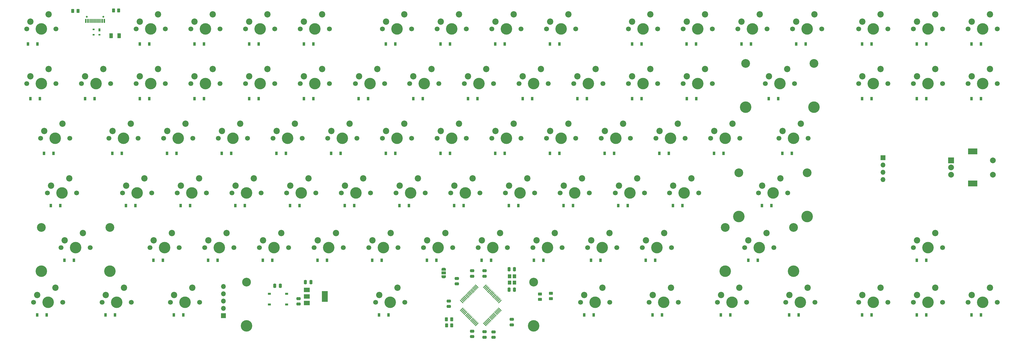
<source format=gbr>
%TF.GenerationSoftware,KiCad,Pcbnew,(6.0.7)*%
%TF.CreationDate,2022-09-01T16:07:51+12:00*%
%TF.ProjectId,custom_keyboard,63757374-6f6d-45f6-9b65-79626f617264,rev?*%
%TF.SameCoordinates,Original*%
%TF.FileFunction,Soldermask,Bot*%
%TF.FilePolarity,Negative*%
%FSLAX46Y46*%
G04 Gerber Fmt 4.6, Leading zero omitted, Abs format (unit mm)*
G04 Created by KiCad (PCBNEW (6.0.7)) date 2022-09-01 16:07:51*
%MOMM*%
%LPD*%
G01*
G04 APERTURE LIST*
G04 Aperture macros list*
%AMRoundRect*
0 Rectangle with rounded corners*
0 $1 Rounding radius*
0 $2 $3 $4 $5 $6 $7 $8 $9 X,Y pos of 4 corners*
0 Add a 4 corners polygon primitive as box body*
4,1,4,$2,$3,$4,$5,$6,$7,$8,$9,$2,$3,0*
0 Add four circle primitives for the rounded corners*
1,1,$1+$1,$2,$3*
1,1,$1+$1,$4,$5*
1,1,$1+$1,$6,$7*
1,1,$1+$1,$8,$9*
0 Add four rect primitives between the rounded corners*
20,1,$1+$1,$2,$3,$4,$5,0*
20,1,$1+$1,$4,$5,$6,$7,0*
20,1,$1+$1,$6,$7,$8,$9,0*
20,1,$1+$1,$8,$9,$2,$3,0*%
%AMFreePoly0*
4,1,22,0.550000,-0.750000,0.000000,-0.750000,0.000000,-0.745033,-0.079941,-0.743568,-0.215256,-0.701293,-0.333266,-0.622738,-0.424486,-0.514219,-0.481581,-0.384460,-0.499164,-0.250000,-0.500000,-0.250000,-0.500000,0.250000,-0.499164,0.250000,-0.499963,0.256109,-0.478152,0.396186,-0.417904,0.524511,-0.324060,0.630769,-0.204165,0.706417,-0.067858,0.745374,0.000000,0.744959,0.000000,0.750000,
0.550000,0.750000,0.550000,-0.750000,0.550000,-0.750000,$1*%
%AMFreePoly1*
4,1,20,0.000000,0.744959,0.073905,0.744508,0.209726,0.703889,0.328688,0.626782,0.421226,0.519385,0.479903,0.390333,0.500000,0.250000,0.500000,-0.250000,0.499851,-0.262216,0.476331,-0.402017,0.414519,-0.529596,0.319384,-0.634700,0.198574,-0.708877,0.061801,-0.746166,0.000000,-0.745033,0.000000,-0.750000,-0.550000,-0.750000,-0.550000,0.750000,0.000000,0.750000,0.000000,0.744959,
0.000000,0.744959,$1*%
G04 Aperture macros list end*
%ADD10C,4.000000*%
%ADD11C,3.050000*%
%ADD12C,1.700000*%
%ADD13C,2.200000*%
%ADD14R,1.700000X1.700000*%
%ADD15O,1.700000X1.700000*%
%ADD16C,2.000000*%
%ADD17R,3.200000X2.000000*%
%ADD18R,2.000000X2.000000*%
%ADD19R,2.000000X1.500000*%
%ADD20R,2.000000X3.800000*%
%ADD21RoundRect,0.075000X0.441942X0.548008X-0.548008X-0.441942X-0.441942X-0.548008X0.548008X0.441942X0*%
%ADD22RoundRect,0.075000X-0.441942X0.548008X-0.548008X0.441942X0.441942X-0.548008X0.548008X-0.441942X0*%
%ADD23RoundRect,0.250000X-0.250000X-0.475000X0.250000X-0.475000X0.250000X0.475000X-0.250000X0.475000X0*%
%ADD24RoundRect,0.250000X-0.475000X0.250000X-0.475000X-0.250000X0.475000X-0.250000X0.475000X0.250000X0*%
%ADD25RoundRect,0.250000X0.250000X0.475000X-0.250000X0.475000X-0.250000X-0.475000X0.250000X-0.475000X0*%
%ADD26RoundRect,0.250000X0.475000X-0.250000X0.475000X0.250000X-0.475000X0.250000X-0.475000X-0.250000X0*%
%ADD27R,0.900000X1.200000*%
%ADD28RoundRect,0.250000X0.375000X0.625000X-0.375000X0.625000X-0.375000X-0.625000X0.375000X-0.625000X0*%
%ADD29RoundRect,0.250000X-0.262500X-0.450000X0.262500X-0.450000X0.262500X0.450000X-0.262500X0.450000X0*%
%ADD30RoundRect,0.250000X0.262500X0.450000X-0.262500X0.450000X-0.262500X-0.450000X0.262500X-0.450000X0*%
%ADD31RoundRect,0.250000X-0.450000X0.262500X-0.450000X-0.262500X0.450000X-0.262500X0.450000X0.262500X0*%
%ADD32R,1.000000X0.750000*%
%ADD33R,0.700000X1.000000*%
%ADD34R,0.700000X0.600000*%
%ADD35C,0.650000*%
%ADD36R,0.600000X1.450000*%
%ADD37R,0.300000X1.450000*%
%ADD38R,1.200000X1.400000*%
%ADD39FreePoly0,270.000000*%
%ADD40R,1.500000X1.000000*%
%ADD41FreePoly1,270.000000*%
G04 APERTURE END LIST*
D10*
%TO.C,MX37*%
X219703750Y-191120000D03*
X119703750Y-191120000D03*
D11*
X119703750Y-175880000D03*
D12*
X174783750Y-182880000D03*
X164623750Y-182880000D03*
D10*
X169703750Y-182880000D03*
D11*
X219703750Y-175880000D03*
D13*
X172243750Y-177800000D03*
X165893750Y-180340000D03*
%TD*%
D10*
%TO.C,MX1*%
X60166250Y-163830000D03*
X48266250Y-172070000D03*
D11*
X72066250Y-156830000D03*
D12*
X55086250Y-163830000D03*
D11*
X48266250Y-156830000D03*
D10*
X72066250Y-172070000D03*
D12*
X65246250Y-163830000D03*
D13*
X62706250Y-158750000D03*
X56356250Y-161290000D03*
%TD*%
D10*
%TO.C,MX2*%
X50641250Y-182880000D03*
D12*
X55721250Y-182880000D03*
X45561250Y-182880000D03*
D13*
X53181250Y-177800000D03*
X46831250Y-180340000D03*
%TD*%
D12*
%TO.C,MX3*%
X47942500Y-125730000D03*
D10*
X53022500Y-125730000D03*
D12*
X58102500Y-125730000D03*
D13*
X55562500Y-120650000D03*
X49212500Y-123190000D03*
%TD*%
D12*
%TO.C,MX4*%
X60483750Y-144780000D03*
D10*
X55403750Y-144780000D03*
D12*
X50323750Y-144780000D03*
D13*
X57943750Y-139700000D03*
X51593750Y-142240000D03*
%TD*%
D12*
%TO.C,MX5*%
X53340000Y-106680000D03*
D10*
X48260000Y-106680000D03*
D12*
X43180000Y-106680000D03*
D13*
X50800000Y-101600000D03*
X44450000Y-104140000D03*
%TD*%
D10*
%TO.C,MX6*%
X48260000Y-87630000D03*
D12*
X53340000Y-87630000D03*
X43180000Y-87630000D03*
D13*
X50800000Y-82550000D03*
X44450000Y-85090000D03*
%TD*%
D12*
%TO.C,MX7*%
X79533750Y-182880000D03*
D10*
X74453750Y-182880000D03*
D12*
X69373750Y-182880000D03*
D13*
X76993750Y-177800000D03*
X70643750Y-180340000D03*
%TD*%
D10*
%TO.C,MX8*%
X67310000Y-106680000D03*
D12*
X72390000Y-106680000D03*
X62230000Y-106680000D03*
D13*
X69850000Y-101600000D03*
X63500000Y-104140000D03*
%TD*%
D10*
%TO.C,MX9*%
X76835000Y-125730000D03*
D12*
X81915000Y-125730000D03*
X71755000Y-125730000D03*
D13*
X79375000Y-120650000D03*
X73025000Y-123190000D03*
%TD*%
D12*
%TO.C,MX10*%
X76517500Y-144780000D03*
X86677500Y-144780000D03*
D10*
X81597500Y-144780000D03*
D13*
X84137500Y-139700000D03*
X77787500Y-142240000D03*
%TD*%
D12*
%TO.C,MX11*%
X91440000Y-87630000D03*
D10*
X86360000Y-87630000D03*
D12*
X81280000Y-87630000D03*
D13*
X88900000Y-82550000D03*
X82550000Y-85090000D03*
%TD*%
D10*
%TO.C,MX12*%
X98266250Y-182880000D03*
D12*
X93186250Y-182880000D03*
X103346250Y-182880000D03*
D13*
X100806250Y-177800000D03*
X94456250Y-180340000D03*
%TD*%
D12*
%TO.C,MX13*%
X96202500Y-163830000D03*
X86042500Y-163830000D03*
D10*
X91122500Y-163830000D03*
D13*
X93662500Y-158750000D03*
X87312500Y-161290000D03*
%TD*%
D12*
%TO.C,MX14*%
X91440000Y-106680000D03*
X81280000Y-106680000D03*
D10*
X86360000Y-106680000D03*
D13*
X88900000Y-101600000D03*
X82550000Y-104140000D03*
%TD*%
D10*
%TO.C,MX15*%
X95885000Y-125730000D03*
D12*
X100965000Y-125730000D03*
X90805000Y-125730000D03*
D13*
X98425000Y-120650000D03*
X92075000Y-123190000D03*
%TD*%
D12*
%TO.C,MX16*%
X95567500Y-144780000D03*
D10*
X100647500Y-144780000D03*
D12*
X105727500Y-144780000D03*
D13*
X103187500Y-139700000D03*
X96837500Y-142240000D03*
%TD*%
D12*
%TO.C,MX17*%
X110490000Y-87630000D03*
X100330000Y-87630000D03*
D10*
X105410000Y-87630000D03*
D13*
X107950000Y-82550000D03*
X101600000Y-85090000D03*
%TD*%
D12*
%TO.C,MX18*%
X105092500Y-163830000D03*
D10*
X110172500Y-163830000D03*
D12*
X115252500Y-163830000D03*
D13*
X112712500Y-158750000D03*
X106362500Y-161290000D03*
%TD*%
D12*
%TO.C,MX19*%
X110490000Y-106680000D03*
D10*
X105410000Y-106680000D03*
D12*
X100330000Y-106680000D03*
D13*
X107950000Y-101600000D03*
X101600000Y-104140000D03*
%TD*%
D12*
%TO.C,MX20*%
X120015000Y-125730000D03*
D10*
X114935000Y-125730000D03*
D12*
X109855000Y-125730000D03*
D13*
X117475000Y-120650000D03*
X111125000Y-123190000D03*
%TD*%
D10*
%TO.C,MX21*%
X119697500Y-144780000D03*
D12*
X114617500Y-144780000D03*
X124777500Y-144780000D03*
D13*
X122237500Y-139700000D03*
X115887500Y-142240000D03*
%TD*%
D10*
%TO.C,MX22*%
X124460000Y-87630000D03*
D12*
X119380000Y-87630000D03*
X129540000Y-87630000D03*
D13*
X127000000Y-82550000D03*
X120650000Y-85090000D03*
%TD*%
D12*
%TO.C,MX23*%
X134302500Y-163830000D03*
D10*
X129222500Y-163830000D03*
D12*
X124142500Y-163830000D03*
D13*
X131762500Y-158750000D03*
X125412500Y-161290000D03*
%TD*%
D12*
%TO.C,MX24*%
X119380000Y-106680000D03*
D10*
X124460000Y-106680000D03*
D12*
X129540000Y-106680000D03*
D13*
X127000000Y-101600000D03*
X120650000Y-104140000D03*
%TD*%
D10*
%TO.C,MX25*%
X133985000Y-125730000D03*
D12*
X139065000Y-125730000D03*
X128905000Y-125730000D03*
D13*
X136525000Y-120650000D03*
X130175000Y-123190000D03*
%TD*%
D10*
%TO.C,MX26*%
X138747500Y-144780000D03*
D12*
X133667500Y-144780000D03*
X143827500Y-144780000D03*
D13*
X141287500Y-139700000D03*
X134937500Y-142240000D03*
%TD*%
D10*
%TO.C,MX27*%
X143510000Y-87630000D03*
D12*
X148590000Y-87630000D03*
X138430000Y-87630000D03*
D13*
X146050000Y-82550000D03*
X139700000Y-85090000D03*
%TD*%
D12*
%TO.C,MX28*%
X143192500Y-163830000D03*
D10*
X148272500Y-163830000D03*
D12*
X153352500Y-163830000D03*
D13*
X150812500Y-158750000D03*
X144462500Y-161290000D03*
%TD*%
D12*
%TO.C,MX29*%
X138430000Y-106680000D03*
D10*
X143510000Y-106680000D03*
D12*
X148590000Y-106680000D03*
D13*
X146050000Y-101600000D03*
X139700000Y-104140000D03*
%TD*%
D12*
%TO.C,MX30*%
X147955000Y-125730000D03*
X158115000Y-125730000D03*
D10*
X153035000Y-125730000D03*
D13*
X155575000Y-120650000D03*
X149225000Y-123190000D03*
%TD*%
D12*
%TO.C,MX31*%
X152717500Y-144780000D03*
D10*
X157797500Y-144780000D03*
D12*
X162877500Y-144780000D03*
D13*
X160337500Y-139700000D03*
X153987500Y-142240000D03*
%TD*%
D12*
%TO.C,MX32*%
X172402500Y-163830000D03*
X162242500Y-163830000D03*
D10*
X167322500Y-163830000D03*
D13*
X169862500Y-158750000D03*
X163512500Y-161290000D03*
%TD*%
D10*
%TO.C,MX33*%
X162718750Y-106680000D03*
D12*
X167798750Y-106680000D03*
X157638750Y-106680000D03*
D13*
X165258750Y-101600000D03*
X158908750Y-104140000D03*
%TD*%
D10*
%TO.C,MX34*%
X172085000Y-87630000D03*
D12*
X177165000Y-87630000D03*
X167005000Y-87630000D03*
D13*
X174625000Y-82550000D03*
X168275000Y-85090000D03*
%TD*%
D10*
%TO.C,MX35*%
X172085000Y-125730000D03*
D12*
X177165000Y-125730000D03*
X167005000Y-125730000D03*
D13*
X174625000Y-120650000D03*
X168275000Y-123190000D03*
%TD*%
D12*
%TO.C,MX36*%
X181927500Y-144780000D03*
D10*
X176847500Y-144780000D03*
D12*
X171767500Y-144780000D03*
D13*
X179387500Y-139700000D03*
X173037500Y-142240000D03*
%TD*%
D12*
%TO.C,MX38*%
X191452500Y-163830000D03*
X181292500Y-163830000D03*
D10*
X186372500Y-163830000D03*
D13*
X188912500Y-158750000D03*
X182562500Y-161290000D03*
%TD*%
D12*
%TO.C,MX39*%
X176530000Y-106680000D03*
D10*
X181610000Y-106680000D03*
D12*
X186690000Y-106680000D03*
D13*
X184150000Y-101600000D03*
X177800000Y-104140000D03*
%TD*%
D10*
%TO.C,MX40*%
X191135000Y-87630000D03*
D12*
X196215000Y-87630000D03*
X186055000Y-87630000D03*
D13*
X193675000Y-82550000D03*
X187325000Y-85090000D03*
%TD*%
D12*
%TO.C,MX41*%
X196215000Y-125730000D03*
X186055000Y-125730000D03*
D10*
X191135000Y-125730000D03*
D13*
X193675000Y-120650000D03*
X187325000Y-123190000D03*
%TD*%
D10*
%TO.C,MX42*%
X195897500Y-144780000D03*
D12*
X200977500Y-144780000D03*
X190817500Y-144780000D03*
D13*
X198437500Y-139700000D03*
X192087500Y-142240000D03*
%TD*%
D12*
%TO.C,MX43*%
X210502500Y-163830000D03*
D10*
X205422500Y-163830000D03*
D12*
X200342500Y-163830000D03*
D13*
X207962500Y-158750000D03*
X201612500Y-161290000D03*
%TD*%
D12*
%TO.C,MX44*%
X195580000Y-106680000D03*
X205740000Y-106680000D03*
D10*
X200660000Y-106680000D03*
D13*
X203200000Y-101600000D03*
X196850000Y-104140000D03*
%TD*%
D12*
%TO.C,MX45*%
X205105000Y-87630000D03*
D10*
X210185000Y-87630000D03*
D12*
X215265000Y-87630000D03*
D13*
X212725000Y-82550000D03*
X206375000Y-85090000D03*
%TD*%
D10*
%TO.C,MX46*%
X210185000Y-125730000D03*
D12*
X215265000Y-125730000D03*
X205105000Y-125730000D03*
D13*
X212725000Y-120650000D03*
X206375000Y-123190000D03*
%TD*%
D10*
%TO.C,MX47*%
X214947500Y-144780000D03*
D12*
X209867500Y-144780000D03*
X220027500Y-144780000D03*
D13*
X217487500Y-139700000D03*
X211137500Y-142240000D03*
%TD*%
D10*
%TO.C,MX48*%
X224472500Y-163830000D03*
D12*
X229552500Y-163830000D03*
X219392500Y-163830000D03*
D13*
X227012500Y-158750000D03*
X220662500Y-161290000D03*
%TD*%
D12*
%TO.C,MX49*%
X214630000Y-106680000D03*
D10*
X219710000Y-106680000D03*
D12*
X224790000Y-106680000D03*
D13*
X222250000Y-101600000D03*
X215900000Y-104140000D03*
%TD*%
D10*
%TO.C,MX50*%
X229235000Y-87630000D03*
D12*
X224155000Y-87630000D03*
X234315000Y-87630000D03*
D13*
X231775000Y-82550000D03*
X225425000Y-85090000D03*
%TD*%
D12*
%TO.C,MX51*%
X234315000Y-125730000D03*
X224155000Y-125730000D03*
D10*
X229235000Y-125730000D03*
D13*
X231775000Y-120650000D03*
X225425000Y-123190000D03*
%TD*%
D12*
%TO.C,MX52*%
X228917500Y-144780000D03*
D10*
X233997500Y-144780000D03*
D12*
X239077500Y-144780000D03*
D13*
X236537500Y-139700000D03*
X230187500Y-142240000D03*
%TD*%
D12*
%TO.C,MX53*%
X238442500Y-163830000D03*
X248602500Y-163830000D03*
D10*
X243522500Y-163830000D03*
D13*
X246062500Y-158750000D03*
X239712500Y-161290000D03*
%TD*%
D12*
%TO.C,MX54*%
X233680000Y-106680000D03*
D10*
X238760000Y-106680000D03*
D12*
X243840000Y-106680000D03*
D13*
X241300000Y-101600000D03*
X234950000Y-104140000D03*
%TD*%
D10*
%TO.C,MX55*%
X248285000Y-125730000D03*
D12*
X243205000Y-125730000D03*
X253365000Y-125730000D03*
D13*
X250825000Y-120650000D03*
X244475000Y-123190000D03*
%TD*%
D12*
%TO.C,MX56*%
X248126250Y-144780000D03*
D10*
X253206250Y-144780000D03*
D12*
X258286250Y-144780000D03*
D13*
X255746250Y-139700000D03*
X249396250Y-142240000D03*
%TD*%
D12*
%TO.C,MX57*%
X246221250Y-182880000D03*
D10*
X241141250Y-182880000D03*
D12*
X236061250Y-182880000D03*
D13*
X243681250Y-177800000D03*
X237331250Y-180340000D03*
%TD*%
D10*
%TO.C,MX58*%
X257810000Y-87630000D03*
D12*
X262890000Y-87630000D03*
X252730000Y-87630000D03*
D13*
X260350000Y-82550000D03*
X254000000Y-85090000D03*
%TD*%
D12*
%TO.C,MX59*%
X267652500Y-163830000D03*
D10*
X262572500Y-163830000D03*
D12*
X257492500Y-163830000D03*
D13*
X265112500Y-158750000D03*
X258762500Y-161290000D03*
%TD*%
D12*
%TO.C,MX60*%
X252730000Y-106680000D03*
X262890000Y-106680000D03*
D10*
X257810000Y-106680000D03*
D13*
X260350000Y-101600000D03*
X254000000Y-104140000D03*
%TD*%
D10*
%TO.C,MX61*%
X267335000Y-125730000D03*
D12*
X262255000Y-125730000D03*
X272415000Y-125730000D03*
D13*
X269875000Y-120650000D03*
X263525000Y-123190000D03*
%TD*%
D12*
%TO.C,MX62*%
X277177500Y-144780000D03*
D10*
X272097500Y-144780000D03*
D12*
X267017500Y-144780000D03*
D13*
X274637500Y-139700000D03*
X268287500Y-142240000D03*
%TD*%
D10*
%TO.C,MX63*%
X264953750Y-182880000D03*
D12*
X270033750Y-182880000D03*
X259873750Y-182880000D03*
D13*
X267493750Y-177800000D03*
X261143750Y-180340000D03*
%TD*%
D12*
%TO.C,MX64*%
X281940000Y-87630000D03*
D10*
X276860000Y-87630000D03*
D12*
X271780000Y-87630000D03*
D13*
X279400000Y-82550000D03*
X273050000Y-85090000D03*
%TD*%
D12*
%TO.C,MX65*%
X281940000Y-106680000D03*
X271780000Y-106680000D03*
D10*
X276860000Y-106680000D03*
D13*
X279400000Y-101600000D03*
X273050000Y-104140000D03*
%TD*%
D12*
%TO.C,MX66*%
X291465000Y-125730000D03*
D10*
X286385000Y-125730000D03*
D12*
X281305000Y-125730000D03*
D13*
X288925000Y-120650000D03*
X282575000Y-123190000D03*
%TD*%
D12*
%TO.C,MX67*%
X283686250Y-182880000D03*
D10*
X288766250Y-182880000D03*
D12*
X293846250Y-182880000D03*
D13*
X291306250Y-177800000D03*
X284956250Y-180340000D03*
%TD*%
D10*
%TO.C,MX68*%
X295910000Y-87630000D03*
D12*
X300990000Y-87630000D03*
X290830000Y-87630000D03*
D13*
X298450000Y-82550000D03*
X292100000Y-85090000D03*
%TD*%
D12*
%TO.C,MX69*%
X317658750Y-182880000D03*
D10*
X312578750Y-182880000D03*
D12*
X307498750Y-182880000D03*
D13*
X315118750Y-177800000D03*
X308768750Y-180340000D03*
%TD*%
D12*
%TO.C,MX70*%
X315277500Y-125730000D03*
D10*
X310197500Y-125730000D03*
D12*
X305117500Y-125730000D03*
D13*
X312737500Y-120650000D03*
X306387500Y-123190000D03*
%TD*%
D12*
%TO.C,MX71*%
X297973750Y-144780000D03*
D10*
X314953750Y-153020000D03*
X291153750Y-153020000D03*
D11*
X291153750Y-137780000D03*
D12*
X308133750Y-144780000D03*
D11*
X314953750Y-137780000D03*
D10*
X303053750Y-144780000D03*
D13*
X305593750Y-139700000D03*
X299243750Y-142240000D03*
%TD*%
D12*
%TO.C,MX72*%
X303371250Y-163830000D03*
D10*
X298291250Y-163830000D03*
X310191250Y-172070000D03*
D11*
X310191250Y-156830000D03*
D10*
X286391250Y-172070000D03*
D11*
X286391250Y-156830000D03*
D12*
X293211250Y-163830000D03*
D13*
X300831250Y-158750000D03*
X294481250Y-161290000D03*
%TD*%
D12*
%TO.C,MX73*%
X320040000Y-87630000D03*
D10*
X314960000Y-87630000D03*
D12*
X309880000Y-87630000D03*
D13*
X317500000Y-82550000D03*
X311150000Y-85090000D03*
%TD*%
D10*
%TO.C,MX74*%
X317335000Y-114920000D03*
D11*
X317335000Y-99680000D03*
D10*
X293535000Y-114920000D03*
D11*
X293535000Y-99680000D03*
D12*
X310515000Y-106680000D03*
D10*
X305435000Y-106680000D03*
D12*
X300355000Y-106680000D03*
D13*
X307975000Y-101600000D03*
X301625000Y-104140000D03*
%TD*%
D12*
%TO.C,MX75*%
X332898750Y-182880000D03*
D10*
X337978750Y-182880000D03*
D12*
X343058750Y-182880000D03*
D13*
X340518750Y-177800000D03*
X334168750Y-180340000D03*
%TD*%
D12*
%TO.C,MX76*%
X343058750Y-87630000D03*
D10*
X337978750Y-87630000D03*
D12*
X332898750Y-87630000D03*
D13*
X340518750Y-82550000D03*
X334168750Y-85090000D03*
%TD*%
D12*
%TO.C,MX77*%
X343058750Y-106680000D03*
D10*
X337978750Y-106680000D03*
D12*
X332898750Y-106680000D03*
D13*
X340518750Y-101600000D03*
X334168750Y-104140000D03*
%TD*%
D12*
%TO.C,MX78*%
X351948750Y-182880000D03*
X362108750Y-182880000D03*
D10*
X357028750Y-182880000D03*
D13*
X359568750Y-177800000D03*
X353218750Y-180340000D03*
%TD*%
D12*
%TO.C,MX79*%
X362108750Y-163830000D03*
D10*
X357028750Y-163830000D03*
D12*
X351948750Y-163830000D03*
D13*
X359568750Y-158750000D03*
X353218750Y-161290000D03*
%TD*%
D12*
%TO.C,MX80*%
X362108750Y-87630000D03*
D10*
X357028750Y-87630000D03*
D12*
X351948750Y-87630000D03*
D13*
X359568750Y-82550000D03*
X353218750Y-85090000D03*
%TD*%
D12*
%TO.C,MX81*%
X351948750Y-106680000D03*
X362108750Y-106680000D03*
D10*
X357028750Y-106680000D03*
D13*
X359568750Y-101600000D03*
X353218750Y-104140000D03*
%TD*%
D12*
%TO.C,MX82*%
X370998750Y-182880000D03*
D10*
X376078750Y-182880000D03*
D12*
X381158750Y-182880000D03*
D13*
X378618750Y-177800000D03*
X372268750Y-180340000D03*
%TD*%
D10*
%TO.C,MX83*%
X376078750Y-87630000D03*
D12*
X381158750Y-87630000D03*
X370998750Y-87630000D03*
D13*
X378618750Y-82550000D03*
X372268750Y-85090000D03*
%TD*%
D10*
%TO.C,MX84*%
X376078750Y-106680000D03*
D12*
X381158750Y-106680000D03*
X370998750Y-106680000D03*
D13*
X378618750Y-101600000D03*
X372268750Y-104140000D03*
%TD*%
D14*
%TO.C,SSD1306*%
X341312500Y-132556250D03*
D15*
X341312500Y-135096250D03*
X341312500Y-137636250D03*
X341312500Y-140176250D03*
%TD*%
D16*
%TO.C,SW1*%
X379574200Y-133426200D03*
X379574200Y-138426200D03*
D17*
X372574200Y-141526200D03*
X372574200Y-130326200D03*
D16*
X365074200Y-135926200D03*
X365074200Y-138426200D03*
D18*
X365074200Y-133426200D03*
%TD*%
D19*
%TO.C,U1*%
X140652500Y-178597500D03*
D20*
X146952500Y-180897500D03*
D19*
X140652500Y-180897500D03*
X140652500Y-183197500D03*
%TD*%
D21*
%TO.C,U3*%
X202627342Y-177313859D03*
X202980895Y-177667412D03*
X203334448Y-178020965D03*
X203688002Y-178374519D03*
X204041555Y-178728072D03*
X204395109Y-179081626D03*
X204748662Y-179435179D03*
X205102215Y-179788732D03*
X205455769Y-180142286D03*
X205809322Y-180495839D03*
X206162875Y-180849392D03*
X206516429Y-181202946D03*
X206869982Y-181556499D03*
X207223536Y-181910053D03*
X207577089Y-182263606D03*
X207930642Y-182617159D03*
D22*
X207930642Y-185339521D03*
X207577089Y-185693074D03*
X207223536Y-186046627D03*
X206869982Y-186400181D03*
X206516429Y-186753734D03*
X206162875Y-187107288D03*
X205809322Y-187460841D03*
X205455769Y-187814394D03*
X205102215Y-188167948D03*
X204748662Y-188521501D03*
X204395109Y-188875054D03*
X204041555Y-189228608D03*
X203688002Y-189582161D03*
X203334448Y-189935715D03*
X202980895Y-190289268D03*
X202627342Y-190642821D03*
D21*
X199904980Y-190642821D03*
X199551427Y-190289268D03*
X199197874Y-189935715D03*
X198844320Y-189582161D03*
X198490767Y-189228608D03*
X198137213Y-188875054D03*
X197783660Y-188521501D03*
X197430107Y-188167948D03*
X197076553Y-187814394D03*
X196723000Y-187460841D03*
X196369447Y-187107288D03*
X196015893Y-186753734D03*
X195662340Y-186400181D03*
X195308786Y-186046627D03*
X194955233Y-185693074D03*
X194601680Y-185339521D03*
D22*
X194601680Y-182617159D03*
X194955233Y-182263606D03*
X195308786Y-181910053D03*
X195662340Y-181556499D03*
X196015893Y-181202946D03*
X196369447Y-180849392D03*
X196723000Y-180495839D03*
X197076553Y-180142286D03*
X197430107Y-179788732D03*
X197783660Y-179435179D03*
X198137213Y-179081626D03*
X198490767Y-178728072D03*
X198844320Y-178374519D03*
X199197874Y-178020965D03*
X199551427Y-177667412D03*
X199904980Y-177313859D03*
%TD*%
D23*
%TO.C,C1*%
X140213000Y-175895000D03*
X142113000Y-175895000D03*
%TD*%
D24*
%TO.C,C2*%
X137795000Y-181615000D03*
X137795000Y-183515000D03*
%TD*%
D23*
%TO.C,C3*%
X129545000Y-177165000D03*
X131445000Y-177165000D03*
%TD*%
D25*
%TO.C,C4*%
X213013000Y-178519000D03*
X211113000Y-178519000D03*
%TD*%
D23*
%TO.C,C5*%
X211113000Y-171407000D03*
X213013000Y-171407000D03*
%TD*%
D24*
%TO.C,C6*%
X198247000Y-192979000D03*
X198247000Y-194879000D03*
%TD*%
%TO.C,C7*%
X202565000Y-193167000D03*
X202565000Y-195067000D03*
%TD*%
%TO.C,C8*%
X205701900Y-193205100D03*
X205701900Y-195105100D03*
%TD*%
D26*
%TO.C,C9*%
X190090161Y-184359340D03*
X190090161Y-182459340D03*
%TD*%
D24*
%TO.C,C10*%
X212064600Y-188838800D03*
X212064600Y-190738800D03*
%TD*%
D26*
%TO.C,C11*%
X202603100Y-173824900D03*
X202603100Y-171924900D03*
%TD*%
%TO.C,C12*%
X198218161Y-173813340D03*
X198218161Y-171913340D03*
%TD*%
%TO.C,C13*%
X192884161Y-176485340D03*
X192884161Y-174585340D03*
%TD*%
D27*
%TO.C,D1*%
X59593750Y-168275000D03*
X56293750Y-168275000D03*
%TD*%
%TO.C,D3*%
X50068750Y-187325000D03*
X46768750Y-187325000D03*
%TD*%
%TO.C,D4*%
X52450000Y-130968750D03*
X49150000Y-130968750D03*
%TD*%
%TO.C,D5*%
X54831250Y-149225000D03*
X51531250Y-149225000D03*
%TD*%
%TO.C,D6*%
X47687500Y-111918750D03*
X44387500Y-111918750D03*
%TD*%
%TO.C,D7*%
X46893750Y-92868750D03*
X43593750Y-92868750D03*
%TD*%
%TO.C,D9*%
X73881250Y-187325000D03*
X70581250Y-187325000D03*
%TD*%
%TO.C,D10*%
X66737500Y-111918750D03*
X63437500Y-111918750D03*
%TD*%
%TO.C,D12*%
X76262500Y-130968750D03*
X72962500Y-130968750D03*
%TD*%
%TO.C,D14*%
X81025000Y-149225000D03*
X77725000Y-149225000D03*
%TD*%
%TO.C,D15*%
X85787500Y-92868750D03*
X82487500Y-92868750D03*
%TD*%
%TO.C,D17*%
X97693750Y-187325000D03*
X94393750Y-187325000D03*
%TD*%
%TO.C,D19*%
X90550000Y-168275000D03*
X87250000Y-168275000D03*
%TD*%
%TO.C,D20*%
X85787500Y-111918750D03*
X82487500Y-111918750D03*
%TD*%
%TO.C,D22*%
X95312500Y-130968750D03*
X92012500Y-130968750D03*
%TD*%
%TO.C,D24*%
X100075000Y-149225000D03*
X96775000Y-149225000D03*
%TD*%
%TO.C,D25*%
X104837500Y-92868750D03*
X101537500Y-92868750D03*
%TD*%
%TO.C,D27*%
X109600000Y-168275000D03*
X106300000Y-168275000D03*
%TD*%
%TO.C,D28*%
X104837500Y-111918750D03*
X101537500Y-111918750D03*
%TD*%
%TO.C,D30*%
X114362500Y-130968750D03*
X111062500Y-130968750D03*
%TD*%
%TO.C,D32*%
X119125000Y-149225000D03*
X115825000Y-149225000D03*
%TD*%
%TO.C,D33*%
X123887500Y-92868750D03*
X120587500Y-92868750D03*
%TD*%
%TO.C,D35*%
X128650000Y-168275000D03*
X125350000Y-168275000D03*
%TD*%
%TO.C,D36*%
X123887500Y-111918750D03*
X120587500Y-111918750D03*
%TD*%
%TO.C,D38*%
X133412500Y-130968750D03*
X130112500Y-130968750D03*
%TD*%
%TO.C,D40*%
X138175000Y-149225000D03*
X134875000Y-149225000D03*
%TD*%
%TO.C,D41*%
X142937500Y-92868750D03*
X139637500Y-92868750D03*
%TD*%
%TO.C,D43*%
X147700000Y-168275000D03*
X144400000Y-168275000D03*
%TD*%
%TO.C,D44*%
X142937500Y-111918750D03*
X139637500Y-111918750D03*
%TD*%
%TO.C,D46*%
X152462500Y-130968750D03*
X149162500Y-130968750D03*
%TD*%
%TO.C,D48*%
X157225000Y-149225000D03*
X153925000Y-149225000D03*
%TD*%
%TO.C,D50*%
X166750000Y-168275000D03*
X163450000Y-168275000D03*
%TD*%
%TO.C,D51*%
X161987500Y-111918750D03*
X158687500Y-111918750D03*
%TD*%
%TO.C,D52*%
X171512500Y-92868750D03*
X168212500Y-92868750D03*
%TD*%
%TO.C,D54*%
X171512500Y-130968750D03*
X168212500Y-130968750D03*
%TD*%
%TO.C,D56*%
X176275000Y-149225000D03*
X172975000Y-149225000D03*
%TD*%
%TO.C,D58*%
X169131250Y-187325000D03*
X165831250Y-187325000D03*
%TD*%
%TO.C,D60*%
X185800000Y-168275000D03*
X182500000Y-168275000D03*
%TD*%
%TO.C,D61*%
X181037500Y-111918750D03*
X177737500Y-111918750D03*
%TD*%
%TO.C,D62*%
X190562500Y-92868750D03*
X187262500Y-92868750D03*
%TD*%
%TO.C,D64*%
X190562500Y-130968750D03*
X187262500Y-130968750D03*
%TD*%
%TO.C,D66*%
X195325000Y-149225000D03*
X192025000Y-149225000D03*
%TD*%
%TO.C,D68*%
X204850000Y-168275000D03*
X201550000Y-168275000D03*
%TD*%
%TO.C,D69*%
X200087500Y-111918750D03*
X196787500Y-111918750D03*
%TD*%
%TO.C,D70*%
X209612500Y-92868750D03*
X206312500Y-92868750D03*
%TD*%
%TO.C,D72*%
X209612500Y-130968750D03*
X206312500Y-130968750D03*
%TD*%
%TO.C,D73*%
X214375000Y-149225000D03*
X211075000Y-149225000D03*
%TD*%
%TO.C,D76*%
X223106250Y-168275000D03*
X219806250Y-168275000D03*
%TD*%
%TO.C,D77*%
X219137500Y-111918750D03*
X215837500Y-111918750D03*
%TD*%
%TO.C,D78*%
X228662500Y-92868750D03*
X225362500Y-92868750D03*
%TD*%
%TO.C,D80*%
X228662500Y-130968750D03*
X225362500Y-130968750D03*
%TD*%
%TO.C,D82*%
X233425000Y-149225000D03*
X230125000Y-149225000D03*
%TD*%
%TO.C,D84*%
X242950000Y-168275000D03*
X239650000Y-168275000D03*
%TD*%
%TO.C,D85*%
X238187500Y-111918750D03*
X234887500Y-111918750D03*
%TD*%
%TO.C,D87*%
X247712500Y-130968750D03*
X244412500Y-130968750D03*
%TD*%
%TO.C,D89*%
X252475000Y-149225000D03*
X249175000Y-149225000D03*
%TD*%
%TO.C,D91*%
X240568750Y-187325000D03*
X237268750Y-187325000D03*
%TD*%
%TO.C,D92*%
X257237500Y-92868750D03*
X253937500Y-92868750D03*
%TD*%
%TO.C,D94*%
X262000000Y-168275000D03*
X258700000Y-168275000D03*
%TD*%
%TO.C,D95*%
X257237500Y-111918750D03*
X253937500Y-111918750D03*
%TD*%
%TO.C,D97*%
X266762500Y-130968750D03*
X263462500Y-130968750D03*
%TD*%
%TO.C,D99*%
X271525000Y-149225000D03*
X268225000Y-149225000D03*
%TD*%
%TO.C,D101*%
X264381250Y-187325000D03*
X261081250Y-187325000D03*
%TD*%
%TO.C,D102*%
X276225000Y-92868750D03*
X272925000Y-92868750D03*
%TD*%
%TO.C,D103*%
X276287500Y-111918750D03*
X272987500Y-111918750D03*
%TD*%
%TO.C,D105*%
X285812500Y-130968750D03*
X282512500Y-130968750D03*
%TD*%
%TO.C,D107*%
X288193750Y-187325000D03*
X284893750Y-187325000D03*
%TD*%
%TO.C,D108*%
X295337500Y-92868750D03*
X292037500Y-92868750D03*
%TD*%
%TO.C,D110*%
X312006250Y-187325000D03*
X308706250Y-187325000D03*
%TD*%
%TO.C,D111*%
X309625000Y-130968750D03*
X306325000Y-130968750D03*
%TD*%
%TO.C,D113*%
X302481250Y-149225000D03*
X299181250Y-149225000D03*
%TD*%
%TO.C,D115*%
X297718750Y-168275000D03*
X294418750Y-168275000D03*
%TD*%
%TO.C,D116*%
X314387500Y-92868750D03*
X311087500Y-92868750D03*
%TD*%
%TO.C,D117*%
X304862500Y-111918750D03*
X301562500Y-111918750D03*
%TD*%
%TO.C,D119*%
X337406250Y-187325000D03*
X334106250Y-187325000D03*
%TD*%
%TO.C,D120*%
X337406250Y-92868750D03*
X334106250Y-92868750D03*
%TD*%
%TO.C,D121*%
X337406250Y-111918750D03*
X334106250Y-111918750D03*
%TD*%
%TO.C,D123*%
X356456250Y-187325000D03*
X353156250Y-187325000D03*
%TD*%
%TO.C,D125*%
X356456250Y-168275000D03*
X353156250Y-168275000D03*
%TD*%
%TO.C,D126*%
X356456250Y-92868750D03*
X353156250Y-92868750D03*
%TD*%
%TO.C,D127*%
X356456250Y-111918750D03*
X353156250Y-111918750D03*
%TD*%
%TO.C,D129*%
X375506250Y-187325000D03*
X372206250Y-187325000D03*
%TD*%
%TO.C,D130*%
X375506250Y-92868750D03*
X372206250Y-92868750D03*
%TD*%
%TO.C,D131*%
X375506250Y-111918750D03*
X372206250Y-111918750D03*
%TD*%
D28*
%TO.C,F1*%
X75317000Y-90043000D03*
X72517000Y-90043000D03*
%TD*%
D14*
%TO.C,J1*%
X111633000Y-187574000D03*
D15*
X111633000Y-185034000D03*
X111633000Y-182494000D03*
X111633000Y-179954000D03*
X111633000Y-177414000D03*
%TD*%
D29*
%TO.C,R1*%
X73344400Y-81178400D03*
X75169400Y-81178400D03*
%TD*%
D30*
%TO.C,R2*%
X60983500Y-81407000D03*
X59158500Y-81407000D03*
%TD*%
D31*
%TO.C,R5*%
X225679000Y-179808500D03*
X225679000Y-181633500D03*
%TD*%
%TO.C,R6*%
X221869000Y-180062500D03*
X221869000Y-181887500D03*
%TD*%
D30*
%TO.C,R7*%
X191183900Y-190906400D03*
X189358900Y-190906400D03*
%TD*%
%TO.C,R8*%
X191135000Y-188849000D03*
X189310000Y-188849000D03*
%TD*%
D32*
%TO.C,S1*%
X133677600Y-179900100D03*
X127677600Y-179900100D03*
X133677600Y-183650100D03*
X127677600Y-183650100D03*
%TD*%
D33*
%TO.C,U2*%
X68437000Y-88023000D03*
D34*
X68437000Y-89723000D03*
X66437000Y-89723000D03*
X66437000Y-87823000D03*
%TD*%
D35*
%TO.C,USB1*%
X69831700Y-83445000D03*
X64051700Y-83445000D03*
D36*
X63716700Y-84890000D03*
X64491700Y-84890000D03*
D37*
X65191700Y-84890000D03*
X65691700Y-84890000D03*
X66191700Y-84890000D03*
X66691700Y-84890000D03*
X67191700Y-84890000D03*
X67691700Y-84890000D03*
X68191700Y-84890000D03*
X68691700Y-84890000D03*
D36*
X69391700Y-84890000D03*
X70166700Y-84890000D03*
%TD*%
D38*
%TO.C,Y1*%
X211279000Y-176063000D03*
X211279000Y-173863000D03*
X212979000Y-173863000D03*
X212979000Y-176063000D03*
%TD*%
D39*
%TO.C,JP1*%
X188312161Y-171375340D03*
D40*
X188312161Y-172675340D03*
D41*
X188312161Y-173975340D03*
%TD*%
M02*

</source>
